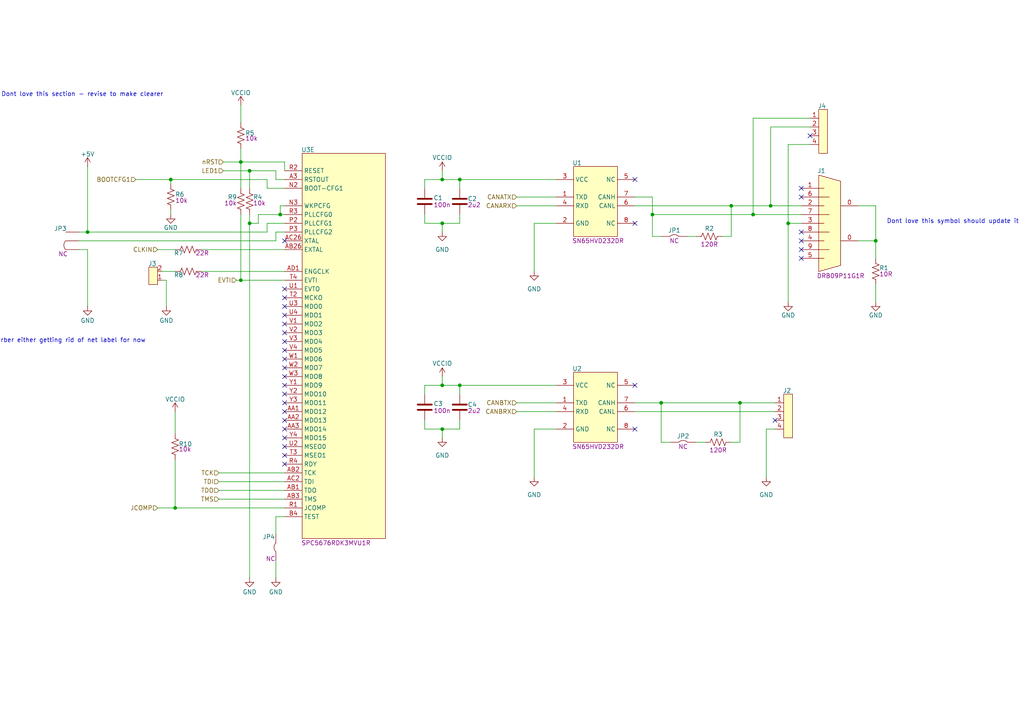
<source format=kicad_sch>
(kicad_sch (version 20231120) (generator "eeschema") (generator_version "8.0")
  (paper "A4")
  (junction (at 133.35 111.76))
  (junction (at 81.28 62.23))
  (junction (at 254 69.85))
  (junction (at 69.85 46.99))
  (junction (at 212.09 59.69))
  (junction (at 72.39 64.77))
  (junction (at 49.53 52.07))
  (junction (at 128.27 111.76))
  (junction (at 228.6 64.77))
  (junction (at 72.39 49.53))
  (junction (at 25.4 67.31))
  (junction (at 218.44 62.23))
  (junction (at 214.63 116.84))
  (junction (at 189.23 62.23))
  (junction (at 133.35 52.07))
  (junction (at 128.27 124.46))
  (junction (at 128.27 64.77))
  (junction (at 223.52 59.69))
  (junction (at 69.85 81.28))
  (junction (at 191.77 116.84))
  (junction (at 50.8 147.32))
  (junction (at 128.27 52.07))
  (no_connect (at 82.55 106.68))
  (no_connect (at 82.55 69.85))
  (no_connect (at 82.55 104.14))
  (no_connect (at 82.55 86.36))
  (no_connect (at 184.15 52.07))
  (no_connect (at 82.55 88.9))
  (no_connect (at 82.55 93.98))
  (no_connect (at 82.55 111.76))
  (no_connect (at 232.41 67.31))
  (no_connect (at 184.15 111.76))
  (no_connect (at 82.55 129.54))
  (no_connect (at 82.55 109.22))
  (no_connect (at 82.55 114.3))
  (no_connect (at 82.55 127))
  (no_connect (at 82.55 121.92))
  (no_connect (at 82.55 83.82))
  (no_connect (at 82.55 134.62))
  (no_connect (at 82.55 91.44))
  (no_connect (at 232.41 54.61))
  (no_connect (at 184.15 124.46))
  (no_connect (at 232.41 57.15))
  (no_connect (at 232.41 72.39))
  (no_connect (at 232.41 69.85))
  (no_connect (at 232.41 74.93))
  (no_connect (at 82.55 124.46))
  (no_connect (at 82.55 132.08))
  (no_connect (at 82.55 119.38))
  (no_connect (at 82.55 99.06))
  (no_connect (at 82.55 101.6))
  (no_connect (at 184.15 64.77))
  (no_connect (at 224.79 121.92))
  (no_connect (at 82.55 116.84))
  (no_connect (at 234.95 39.37))
  (no_connect (at 82.55 96.52))
  (wire (pts (xy 234.95 41.91) (xy 228.6 41.91)))
  (wire (pts (xy 133.35 52.07) (xy 133.35 54.61)))
  (wire (pts (xy 133.35 64.77) (xy 133.35 62.23)))
  (wire (pts (xy 248.92 59.69) (xy 254 59.69)))
  (wire (pts (xy 133.35 111.76) (xy 161.29 111.76)))
  (wire (pts (xy 128.27 111.76) (xy 133.35 111.76)))
  (wire (pts (xy 189.23 68.58) (xy 191.77 68.58)))
  (wire (pts (xy 80.01 149.86) (xy 80.01 154.94)))
  (wire (pts (xy 45.72 72.39) (xy 50.8 72.39)))
  (wire (pts (xy 80.01 52.07) (xy 80.01 49.53)))
  (wire (pts (xy 77.47 52.07) (xy 49.53 52.07)))
  (wire (pts (xy 191.77 116.84) (xy 214.63 116.84)))
  (wire (pts (xy 214.63 116.84) (xy 224.79 116.84)))
  (wire (pts (xy 228.6 41.91) (xy 228.6 64.77)))
  (wire (pts (xy 22.86 67.31) (xy 25.4 67.31)))
  (wire (pts (xy 223.52 36.83) (xy 223.52 59.69)))
  (wire (pts (xy 212.09 68.58) (xy 212.09 59.69)))
  (wire (pts (xy 74.93 62.23) (xy 74.93 64.77)))
  (wire (pts (xy 123.19 62.23) (xy 123.19 64.77)))
  (wire (pts (xy 123.19 124.46) (xy 128.27 124.46)))
  (wire (pts (xy 154.94 124.46) (xy 154.94 138.43)))
  (wire (pts (xy 50.8 119.38) (xy 50.8 125.73)))
  (wire (pts (xy 123.19 52.07) (xy 123.19 54.61)))
  (wire (pts (xy 149.86 57.15) (xy 161.29 57.15)))
  (wire (pts (xy 72.39 49.53) (xy 72.39 54.61)))
  (wire (pts (xy 49.53 52.07) (xy 49.53 53.34)))
  (wire (pts (xy 128.27 52.07) (xy 133.35 52.07)))
  (wire (pts (xy 123.19 111.76) (xy 123.19 114.3)))
  (wire (pts (xy 46.99 81.28) (xy 48.26 81.28)))
  (wire (pts (xy 25.4 72.39) (xy 25.4 88.9)))
  (wire (pts (xy 128.27 124.46) (xy 133.35 124.46)))
  (wire (pts (xy 81.28 59.69) (xy 81.28 62.23)))
  (wire (pts (xy 191.77 128.27) (xy 191.77 116.84)))
  (wire (pts (xy 46.99 78.74) (xy 50.8 78.74)))
  (wire (pts (xy 22.86 72.39) (xy 25.4 72.39)))
  (wire (pts (xy 149.86 59.69) (xy 161.29 59.69)))
  (wire (pts (xy 69.85 43.18) (xy 69.85 46.99)))
  (wire (pts (xy 254 82.55) (xy 254 87.63)))
  (wire (pts (xy 63.5 142.24) (xy 82.55 142.24)))
  (wire (pts (xy 63.5 137.16) (xy 82.55 137.16)))
  (wire (pts (xy 68.58 81.28) (xy 69.85 81.28)))
  (wire (pts (xy 72.39 64.77) (xy 74.93 64.77)))
  (wire (pts (xy 72.39 49.53) (xy 80.01 49.53)))
  (wire (pts (xy 25.4 48.26) (xy 25.4 67.31)))
  (wire (pts (xy 128.27 49.53) (xy 128.27 52.07)))
  (wire (pts (xy 201.93 128.27) (xy 204.47 128.27)))
  (wire (pts (xy 64.77 49.53) (xy 72.39 49.53)))
  (wire (pts (xy 82.55 149.86) (xy 80.01 149.86)))
  (wire (pts (xy 133.35 124.46) (xy 133.35 121.92)))
  (wire (pts (xy 69.85 46.99) (xy 69.85 54.61)))
  (wire (pts (xy 80.01 52.07) (xy 82.55 52.07)))
  (wire (pts (xy 223.52 59.69) (xy 232.41 59.69)))
  (wire (pts (xy 232.41 64.77) (xy 228.6 64.77)))
  (wire (pts (xy 133.35 52.07) (xy 161.29 52.07)))
  (wire (pts (xy 189.23 57.15) (xy 189.23 62.23)))
  (wire (pts (xy 218.44 34.29) (xy 218.44 62.23)))
  (wire (pts (xy 128.27 64.77) (xy 128.27 67.31)))
  (wire (pts (xy 81.28 62.23) (xy 74.93 62.23)))
  (wire (pts (xy 77.47 64.77) (xy 77.47 67.31)))
  (wire (pts (xy 189.23 62.23) (xy 218.44 62.23)))
  (wire (pts (xy 49.53 62.23) (xy 49.53 60.96)))
  (wire (pts (xy 82.55 81.28) (xy 69.85 81.28)))
  (wire (pts (xy 50.8 147.32) (xy 50.8 133.35)))
  (wire (pts (xy 194.31 128.27) (xy 191.77 128.27)))
  (wire (pts (xy 189.23 62.23) (xy 189.23 68.58)))
  (wire (pts (xy 184.15 116.84) (xy 191.77 116.84)))
  (wire (pts (xy 234.95 34.29) (xy 218.44 34.29)))
  (wire (pts (xy 218.44 62.23) (xy 232.41 62.23)))
  (wire (pts (xy 184.15 59.69) (xy 212.09 59.69)))
  (wire (pts (xy 222.25 124.46) (xy 222.25 138.43)))
  (wire (pts (xy 82.55 64.77) (xy 77.47 64.77)))
  (wire (pts (xy 77.47 54.61) (xy 82.55 54.61)))
  (wire (pts (xy 58.42 78.74) (xy 82.55 78.74)))
  (wire (pts (xy 154.94 64.77) (xy 161.29 64.77)))
  (wire (pts (xy 123.19 121.92) (xy 123.19 124.46)))
  (wire (pts (xy 133.35 111.76) (xy 133.35 114.3)))
  (wire (pts (xy 154.94 64.77) (xy 154.94 78.74)))
  (wire (pts (xy 69.85 30.48) (xy 69.85 35.56)))
  (wire (pts (xy 45.72 147.32) (xy 50.8 147.32)))
  (wire (pts (xy 212.09 128.27) (xy 214.63 128.27)))
  (wire (pts (xy 72.39 62.23) (xy 72.39 64.77)))
  (wire (pts (xy 254 69.85) (xy 248.92 69.85)))
  (wire (pts (xy 184.15 119.38) (xy 224.79 119.38)))
  (wire (pts (xy 69.85 46.99) (xy 82.55 46.99)))
  (wire (pts (xy 25.4 67.31) (xy 77.47 67.31)))
  (wire (pts (xy 80.01 162.56) (xy 80.01 167.64)))
  (wire (pts (xy 154.94 124.46) (xy 161.29 124.46)))
  (wire (pts (xy 254 59.69) (xy 254 69.85)))
  (wire (pts (xy 81.28 62.23) (xy 82.55 62.23)))
  (wire (pts (xy 80.01 69.85) (xy 80.01 67.31)))
  (wire (pts (xy 39.37 52.07) (xy 49.53 52.07)))
  (wire (pts (xy 81.28 59.69) (xy 82.55 59.69)))
  (wire (pts (xy 212.09 59.69) (xy 223.52 59.69)))
  (wire (pts (xy 199.39 68.58) (xy 201.93 68.58)))
  (wire (pts (xy 48.26 81.28) (xy 48.26 88.9)))
  (wire (pts (xy 128.27 64.77) (xy 133.35 64.77)))
  (wire (pts (xy 82.55 46.99) (xy 82.55 49.53)))
  (wire (pts (xy 77.47 54.61) (xy 77.47 52.07)))
  (wire (pts (xy 72.39 64.77) (xy 72.39 167.64)))
  (wire (pts (xy 58.42 72.39) (xy 82.55 72.39)))
  (wire (pts (xy 63.5 139.7) (xy 82.55 139.7)))
  (wire (pts (xy 228.6 64.77) (xy 228.6 87.63)))
  (wire (pts (xy 63.5 144.78) (xy 82.55 144.78)))
  (wire (pts (xy 64.77 46.99) (xy 69.85 46.99)))
  (wire (pts (xy 69.85 81.28) (xy 69.85 62.23)))
  (wire (pts (xy 214.63 128.27) (xy 214.63 116.84)))
  (wire (pts (xy 149.86 116.84) (xy 161.29 116.84)))
  (wire (pts (xy 149.86 119.38) (xy 161.29 119.38)))
  (wire (pts (xy 123.19 111.76) (xy 128.27 111.76)))
  (wire (pts (xy 22.86 69.85) (xy 80.01 69.85)))
  (wire (pts (xy 50.8 147.32) (xy 82.55 147.32)))
  (wire (pts (xy 222.25 124.46) (xy 224.79 124.46)))
  (wire (pts (xy 254 69.85) (xy 254 74.93)))
  (wire (pts (xy 123.19 64.77) (xy 128.27 64.77)))
  (wire (pts (xy 234.95 36.83) (xy 223.52 36.83)))
  (wire (pts (xy 128.27 124.46) (xy 128.27 127)))
  (wire (pts (xy 209.55 68.58) (xy 212.09 68.58)))
  (wire (pts (xy 80.01 67.31) (xy 82.55 67.31)))
  (wire (pts (xy 123.19 52.07) (xy 128.27 52.07)))
  (wire (pts (xy 184.15 57.15) (xy 189.23 57.15)))
  (wire (pts (xy 128.27 109.22) (xy 128.27 111.76)))
  (text "Dont love this symbol should update it" (at 276.352 64.262 0) (effects (font (size 1.27 1.27))))
  (text "No other connection to clkout on original schematic - no connections in gerber either getting rid of net label for now\n" (at -16.51 98.806 0) (effects (font (size 1.27 1.27))))
  (text "Dont love this section - revise to make clearer\n" (at 23.876 27.432 0) (effects (font (size 1.27 1.27))))
  (hierarchical_label "CANBTX" (shape input) (at 149.86 116.84 180))
  (hierarchical_label "BOOTCFG1" (shape input) (at 39.37 52.07 180))
  (hierarchical_label "TCK" (shape input) (at 63.5 137.16 180))
  (hierarchical_label "CANBRX" (shape input) (at 149.86 119.38 180))
  (hierarchical_label "EVTI" (shape input) (at 68.58 81.28 180))
  (hierarchical_label "TMS" (shape input) (at 63.5 144.78 180))
  (hierarchical_label "CANARX" (shape input) (at 149.86 59.69 180))
  (hierarchical_label "nRST" (shape input) (at 64.77 46.99 180))
  (hierarchical_label "CANATX" (shape input) (at 149.86 57.15 180))
  (hierarchical_label "TDI" (shape input) (at 63.5 139.7 180))
  (hierarchical_label "CLKIN" (shape input) (at 45.72 72.39 180))
  (hierarchical_label "JCOMP" (shape input) (at 45.72 147.32 180))
  (hierarchical_label "TDO" (shape input) (at 63.5 142.24 180))
  (hierarchical_label "LED1" (shape input) (at 64.77 49.53 180))
  (symbol (lib_id "NAE_Connectors:VERT_HDR_4_2.54mm") (at 228.6 116.84 0) (unit 1)
    (property "Reference" "J2" (at 227.076 113.284 0) (effects (justify left)))
    (property "Value" "HDR_4_2.54" (effects (hide yes)))
    (property "Footprint" "Connector_PinHeader_2.54mm:PinHeader_1x04_P2.54mm_Vertical" (effects (hide yes)))
    (property "Datasheet" "https://suddendocs.samtec.com/catalog_english/mtsw.pdf" (effects (hide yes)))
    (property "Description" "CONN HEADER VERT 4POS 2.54MM" (effects (hide yes)))
    (property "Display Value" "HDR" (effects (hide yes)))
    (property "Manufacturer" "Samtec Inc." (effects (hide yes)))
    (property "Manufacturer Part Number" "HMTSW-104-23-L-S-237" (effects (hide yes)))
    (property "Supplier 1" "DigiKey" (effects (hide yes)))
    (property "Supplier 1 Part Number" "612-HMTSW-104-23-L-S-237-ND" (effects (hide yes)))
  )
  (symbol (lib_id "0603_Yageo_Res:RES_22R_0603") (at 54.61 78.74 0) (unit 1)
    (property "Reference" "R8" (at 51.816 79.756 0))
    (property "Value" "RES_22R_0603" (effects (hide yes)))
    (property "Footprint" "Resistor_SMD:R_0603_1608Metric" (effects (hide yes)))
    (property "Datasheet" "https://www.yageo.com/upload/media/product/products/datasheet/rchip/PYu-RC_Group_51_RoHS_L_12.pdf" (effects (hide yes)))
    (property "Description" "RES 22 OHM 1% 1/10W 0603" (effects (hide yes)))
    (property "Display Value" "22R" (at 58.674 79.756 0))
    (property "Manufacturer" "YAGEO" (effects (hide yes)))
    (property "Manufacturer Part Number" "RC0603FR-0722RL" (effects (hide yes)))
    (property "Supplier 1" "DigiKey" (effects (hide yes)))
    (property "Supplier 1 Part Number" "311-22.0HRCT-ND" (effects (hide yes)))
    (property "Supplier 2" "no_data" (effects (hide yes)))
    (property "Supplier 2 Part Number" "no_data" (effects (hide yes)))
  )
  (symbol (lib_id "NAE_Connectors:Solder_Jumper_2_NC") (at 195.58 68.58 270) (unit 1)
    (property "Reference" "JP1" (at 195.58 66.802 90))
    (property "Footprint" "Jumper:SolderJumper-2_P1.3mm_Bridged2Bar_Pad1.0x1.5mm" (effects (hide yes)))
    (property "Display Value" "NC" (at 195.58 69.85 90))
  )
  (symbol (lib_id "power:GND") (at 48.26 88.9 0) (unit 1)
    (property "Reference" "#PWR028" (effects (hide yes)))
    (property "Value" "GND" (at 48.26 92.964 0))
    (property "Description" "Power symbol creates a global label with name \"GND\" , ground" (effects (hide yes)))
  )
  (symbol (lib_id "nae_caps:CAP_100n_16V_0402") (at 123.19 58.42 90) (unit 1)
    (property "Reference" "C1" (at 125.73 57.404 90) (effects (justify right)))
    (property "Value" "CAP_100n_16V_0402" (effects (hide yes)))
    (property "Footprint" "Capacitor_SMD:C_0402_1005Metric" (effects (hide yes)))
    (property "Datasheet" "https://www.yageo.com/upload/media/product/productsearch/datasheet/mlcc/UPY-GPHC_X7R_6.3V-to-250V_24.pdf" (effects (hide yes)))
    (property "Description" "CAP CER 0.1UF 16V X7R 0402" (effects (hide yes)))
    (property "Display Value" "100n" (at 125.73 59.436 90) (effects (justify right)))
    (property "Manufacturer" "YAGEO" (effects (hide yes)))
    (property "Manufacturer Part Number" "CC0402KRX7R7BB104" (effects (hide yes)))
    (property "Supplier 1" "DigiKey" (effects (hide yes)))
    (property "Supplier 1 Part Number" "311-1338-1-ND" (effects (hide yes)))
  )
  (symbol (lib_id "NAE_Connectors:Solder_Jumper_3_NC_1") (at 19.05 69.85 180) (unit 1) (in_bom no)
    (property "Reference" "JP3" (at 17.526 66.294 0))
    (property "Footprint" "Jumper:SolderJumper-3_P1.3mm_Bridged2Bar12_Pad1.0x1.5mm" (effects (hide yes)))
    (property "Display Value" "NC" (at 18.288 73.66 0))
  )
  (symbol (lib_id "0603_Yageo_Res:RES_10R_0603") (at 254 78.74 90) (unit 1)
    (property "Reference" "R1" (at 255.016 77.7241 90) (effects (justify right)))
    (property "Value" "RES_10R_0603" (effects (hide yes)))
    (property "Footprint" "Resistor_SMD:R_0603_1608Metric" (effects (hide yes)))
    (property "Datasheet" "https://www.yageo.com/upload/media/product/products/datasheet/rchip/PYu-RC_Group_51_RoHS_L_12.pdf" (effects (hide yes)))
    (property "Description" "RES 10 OHM 1% 1/10W 0603" (effects (hide yes)))
    (property "Display Value" "10R" (at 255.016 79.502 90) (effects (justify right)))
    (property "Manufacturer" "YAGEO" (effects (hide yes)))
    (property "Manufacturer Part Number" "RC0603FR-0710RL" (effects (hide yes)))
    (property "Supplier 1" "DigiKey" (effects (hide yes)))
    (property "Supplier 1 Part Number" "311-10.0HRCT-ND" (effects (hide yes)))
    (property "Supplier 2" "no_data" (effects (hide yes)))
    (property "Supplier 2 Part Number" "no_data" (effects (hide yes)))
  )
  (symbol (lib_id "power:GND") (at 154.94 78.74 0) (unit 1)
    (property "Reference" "#PWR056" (effects (hide yes)))
    (property "Value" "GND" (at 154.94 83.82 0))
    (property "Description" "Power symbol creates a global label with name \"GND\" , ground" (effects (hide yes)))
  )
  (symbol (lib_id "0603_Yageo_Res:RES_10k_0603") (at 69.85 39.37 90) (unit 1)
    (property "Reference" "R5" (at 71.12 38.608 90) (effects (justify right)))
    (property "Value" "RES_10k_0603" (effects (hide yes)))
    (property "Footprint" "Resistor_SMD:R_0603_1608Metric" (effects (hide yes)))
    (property "Datasheet" "https://www.yageo.com/upload/media/product/products/datasheet/rchip/PYu-RC_Group_51_RoHS_L_12.pdf" (effects (hide yes)))
    (property "Description" "RES 10K OHM 1% 1/10W 0603" (effects (hide yes)))
    (property "Display Value" "10k" (at 71.12 40.1319 90) (effects (justify right)))
    (property "Manufacturer" "YAGEO" (effects (hide yes)))
    (property "Manufacturer Part Number" "RC0603FR-0710KL" (effects (hide yes)))
    (property "Supplier 1" "DigiKey" (effects (hide yes)))
    (property "Supplier 1 Part Number" "311-10.0KHRCT-ND" (effects (hide yes)))
    (property "Supplier 2" "no_data" (effects (hide yes)))
    (property "Supplier 2 Part Number" "no_data" (effects (hide yes)))
  )
  (symbol (lib_id "power:GND") (at 128.27 67.31 0) (unit 1)
    (property "Reference" "#PWR053" (effects (hide yes)))
    (property "Value" "GND" (at 128.27 72.39 0))
    (property "Description" "Power symbol creates a global label with name \"GND\" , ground" (effects (hide yes)))
  )
  (symbol (lib_id "NAE_Connectors:Solder_Jumper_2_NC") (at 198.12 128.27 270) (unit 1)
    (property "Reference" "JP2" (at 198.12 126.492 90))
    (property "Footprint" "Jumper:SolderJumper-2_P1.3mm_Bridged2Bar_Pad1.0x1.5mm" (effects (hide yes)))
    (property "Display Value" "NC" (at 198.12 129.54 90))
  )
  (symbol (lib_id "0603_Yageo_Res:RES_10k_0603") (at 49.53 57.15 90) (unit 1)
    (property "Reference" "R6" (at 50.8 56.388 90) (effects (justify right)))
    (property "Value" "RES_10k_0603" (effects (hide yes)))
    (property "Footprint" "Resistor_SMD:R_0603_1608Metric" (effects (hide yes)))
    (property "Datasheet" "https://www.yageo.com/upload/media/product/products/datasheet/rchip/PYu-RC_Group_51_RoHS_L_12.pdf" (effects (hide yes)))
    (property "Description" "RES 10K OHM 1% 1/10W 0603" (effects (hide yes)))
    (property "Display Value" "10k" (at 50.8 58.1659 90) (effects (justify right)))
    (property "Manufacturer" "YAGEO" (effects (hide yes)))
    (property "Manufacturer Part Number" "RC0603FR-0710KL" (effects (hide yes)))
    (property "Supplier 1" "DigiKey" (effects (hide yes)))
    (property "Supplier 1 Part Number" "311-10.0KHRCT-ND" (effects (hide yes)))
    (property "Supplier 2" "no_data" (effects (hide yes)))
    (property "Supplier 2 Part Number" "no_data" (effects (hide yes)))
  )
  (symbol (lib_id "power:GND") (at 49.53 62.23 0) (unit 1)
    (property "Reference" "#PWR017" (effects (hide yes)))
    (property "Value" "GND" (at 49.53 66.04 0))
    (property "Description" "Power symbol creates a global label with name \"GND\" , ground" (effects (hide yes)))
  )
  (symbol (lib_id "nae_caps:CAP_100n_16V_0402") (at 123.19 118.11 90) (unit 1)
    (property "Reference" "C3" (at 125.73 117.094 90) (effects (justify right)))
    (property "Value" "CAP_100n_16V_0402" (effects (hide yes)))
    (property "Footprint" "Capacitor_SMD:C_0402_1005Metric" (effects (hide yes)))
    (property "Datasheet" "https://www.yageo.com/upload/media/product/productsearch/datasheet/mlcc/UPY-GPHC_X7R_6.3V-to-250V_24.pdf" (effects (hide yes)))
    (property "Description" "CAP CER 0.1UF 16V X7R 0402" (effects (hide yes)))
    (property "Display Value" "100n" (at 125.73 119.126 90) (effects (justify right)))
    (property "Manufacturer" "YAGEO" (effects (hide yes)))
    (property "Manufacturer Part Number" "CC0402KRX7R7BB104" (effects (hide yes)))
    (property "Supplier 1" "DigiKey" (effects (hide yes)))
    (property "Supplier 1 Part Number" "311-1338-1-ND" (effects (hide yes)))
  )
  (symbol (lib_id "power:GND") (at 154.94 138.43 0) (unit 1)
    (property "Reference" "#PWR057" (effects (hide yes)))
    (property "Value" "GND" (at 154.94 143.51 0))
    (property "Description" "Power symbol creates a global label with name \"GND\" , ground" (effects (hide yes)))
  )
  (symbol (lib_id "0603_Yageo_Res:RES_120R_0603") (at 208.28 128.27 0) (unit 1)
    (property "Reference" "R3" (at 208.28 125.984 0))
    (property "Value" "RES_120R_0603" (effects (hide yes)))
    (property "Footprint" "Resistor_SMD:R_0603_1608Metric" (effects (hide yes)))
    (property "Datasheet" "https://www.yageo.com/upload/media/product/products/datasheet/rchip/PYu-RC_Group_51_RoHS_L_12.pdf" (effects (hide yes)))
    (property "Description" "RES 120 OHM 1% 1/10W 0603" (effects (hide yes)))
    (property "Display Value" "120R" (at 208.28 130.556 0))
    (property "Manufacturer" "YAGEO" (effects (hide yes)))
    (property "Manufacturer Part Number" "RC0603FR-07120RL" (effects (hide yes)))
    (property "Supplier 1" "DigiKey" (effects (hide yes)))
    (property "Supplier 1 Part Number" "311-120HRCT-ND" (effects (hide yes)))
    (property "Supplier 2" "no_data" (effects (hide yes)))
    (property "Supplier 2 Part Number" "no_data" (effects (hide yes)))
  )
  (symbol (lib_id "nae_caps:CAP_2u2_10V_0603") (at 133.35 58.42 90) (unit 1)
    (property "Reference" "C2" (at 135.636 57.658 90) (effects (justify right)))
    (property "Value" "CAP_2u2_10V_0603" (effects (hide yes)))
    (property "Footprint" "Capacitor_SMD:C_0603_1608Metric" (effects (hide yes)))
    (property "Datasheet" "https://www.yageo.com/upload/media/product/productsearch/datasheet/mlcc/UPY-GPHC_X7R_6.3V-to-250V_24.pdf" (effects (hide yes)))
    (property "Description" "CAP CER 2.2UF 10V X7R 0603" (effects (hide yes)))
    (property "Display Value" "2u2" (at 135.636 59.436 90) (effects (justify right)))
    (property "Manufacturer" "YAGEO" (effects (hide yes)))
    (property "Manufacturer Part Number" "CC0603KPX7R6BB225" (effects (hide yes)))
    (property "Supplier 1" "DigiKey" (effects (hide yes)))
    (property "Supplier 1 Part Number" "13-CC0603KPX7R6BB225CT-ND" (effects (hide yes)))
    (property "Supplier 2" "no_data" (effects (hide yes)))
    (property "Supplier 2 Part Number" "no_data" (effects (hide yes)))
  )
  (symbol (lib_id "power:VCC") (at 25.4 48.26 0) (unit 1)
    (property "Reference" "#PWR019" (effects (hide yes)))
    (property "Value" "+5V" (at 25.4 44.704 0))
    (property "Description" "Power symbol creates a global label with name \"VCC\"" (effects (hide yes)))
  )
  (symbol (lib_id "power:GND") (at 128.27 127 0) (unit 1)
    (property "Reference" "#PWR055" (effects (hide yes)))
    (property "Value" "GND" (at 128.27 132.08 0))
    (property "Description" "Power symbol creates a global label with name \"GND\" , ground" (effects (hide yes)))
  )
  (symbol (lib_id "NAE_Connectors:VERT_HDR_2_2.54mm") (at 44.45 80.01 180) (unit 1)
    (property "Reference" "J3" (at 44.196 76.454 0))
    (property "Value" "2Pin_Header_2.54" (effects (hide yes)))
    (property "Footprint" "Connector_PinHeader_2.54mm:PinHeader_2x01_P2.54mm_Vertical" (effects (hide yes)))
    (property "Datasheet" "https://cdn.harwin.com/pdfs/M20-999.pdf" (effects (hide yes)))
    (property "Description" "CONN HEADER VERT 2POS 2.54MM" (effects (hide yes)))
    (property "Display Value" "Jack" (effects (hide yes)))
    (property "Manufacturer" "Harwin Inc." (effects (hide yes)))
    (property "Manufacturer Part Number" "M20-9990246" (effects (hide yes)))
    (property "Supplier 1" "DigiKey" (effects (hide yes)))
    (property "Supplier 1 Part Number" "952-2262-ND" (effects (hide yes)))
    (property "Supplier 2 Part Number" "Connector Header Through Hole 2 position 0.100\" (2.54mm)" (effects (hide yes)))
  )
  (symbol (lib_id "0603_Yageo_Res:RES_10k_0603") (at 50.8 129.54 90) (unit 1)
    (property "Reference" "R10" (at 51.816 128.7781 90) (effects (justify right)))
    (property "Value" "RES_10k_0603" (effects (hide yes)))
    (property "Footprint" "Resistor_SMD:R_0603_1608Metric" (effects (hide yes)))
    (property "Datasheet" "https://www.yageo.com/upload/media/product/products/datasheet/rchip/PYu-RC_Group_51_RoHS_L_12.pdf" (effects (hide yes)))
    (property "Description" "RES 10K OHM 1% 1/10W 0603" (effects (hide yes)))
    (property "Display Value" "10k" (at 51.816 130.302 90) (effects (justify right)))
    (property "Manufacturer" "YAGEO" (effects (hide yes)))
    (property "Manufacturer Part Number" "RC0603FR-0710KL" (effects (hide yes)))
    (property "Supplier 1" "DigiKey" (effects (hide yes)))
    (property "Supplier 1 Part Number" "311-10.0KHRCT-ND" (effects (hide yes)))
    (property "Supplier 2" "no_data" (effects (hide yes)))
    (property "Supplier 2 Part Number" "no_data" (effects (hide yes)))
  )
  (symbol (lib_id "NAE_Connectors:VERT_HDR_4_2.54mm") (at 238.76 34.29 0) (unit 1)
    (property "Reference" "J4" (at 237.236 30.734 0) (effects (justify left)))
    (property "Value" "HDR_4_2.54" (effects (hide yes)))
    (property "Footprint" "Connector_PinHeader_2.54mm:PinHeader_1x04_P2.54mm_Vertical" (effects (hide yes)))
    (property "Datasheet" "https://suddendocs.samtec.com/catalog_english/mtsw.pdf" (effects (hide yes)))
    (property "Description" "CONN HEADER VERT 4POS 2.54MM" (effects (hide yes)))
    (property "Display Value" "HDR" (effects (hide yes)))
    (property "Manufacturer" "Samtec Inc." (effects (hide yes)))
    (property "Manufacturer Part Number" "HMTSW-104-23-L-S-237" (effects (hide yes)))
    (property "Supplier 1" "DigiKey" (effects (hide yes)))
    (property "Supplier 1 Part Number" "612-HMTSW-104-23-L-S-237-ND" (effects (hide yes)))
  )
  (symbol (lib_id "NAE_Integrated_Circuits:SN65HVD232DR") (at 172.72 52.07 0) (unit 1)
    (property "Reference" "U1" (at 167.386 47.244 0))
    (property "Value" "SN65HVD232DR" (effects (hide yes)))
    (property "Footprint" "Package_SO:SOIC-8_3.9x4.9mm_P1.27mm" (effects (hide yes)))
    (property "Datasheet" "https://www.ti.com/general/docs/suppproductinfo.tsp?distId=10&gotoUrl=https%3A%2F%2Fwww.ti.com%2Flit%2Fgpn%2Fsn65hvd230" (effects (hide yes)))
    (property "Description" "IC TRANSCEIVER HALF 1/1 8SOIC" (effects (hide yes)))
    (property "Display Value" "SN65HVD232DR" (at 173.482 69.85 0))
    (property "Manufacturer" "Texas Instruments" (effects (hide yes)))
    (property "Manufacturer Part Number" "SN65HVD232DR" (effects (hide yes)))
    (property "Supplier 1" "DigiKey" (effects (hide yes)))
    (property "Supplier 1 Part Number" "296-26344-1-ND" (effects (hide yes)))
  )
  (symbol (lib_id "power:VCC") (at 50.8 119.38 0) (unit 1)
    (property "Reference" "#PWR029" (effects (hide yes)))
    (property "Value" "VCCIO" (at 50.8 115.824 0))
    (property "Description" "Power symbol creates a global label with name \"VCC\"" (effects (hide yes)))
  )
  (symbol (lib_id "power:VCC") (at 69.85 30.48 0) (unit 1)
    (property "Reference" "#PWR027" (effects (hide yes)))
    (property "Value" "VCCIO" (at 69.85 26.924 0))
    (property "Description" "Power symbol creates a global label with name \"VCC\"" (effects (hide yes)))
  )
  (symbol (lib_id "NAE_Integrated_Circuits:SPC5676RDK3MVU1R") (at 87.63 49.53 0) (unit 5)
    (property "Reference" "U3" (at 87.376 43.434 0) (effects (justify left)))
    (property "Value" "SPC5676RDK3MVU1R" (effects (hide yes)))
    (property "Footprint" "tutorial_2_library:BGA416C100P26X26_2700X2700X255N" (effects (hide yes)))
    (property "Datasheet" "https://www.nxp.com/docs/en/data-sheet/MPC5676R.pdf" (effects (hide yes)))
    (property "Description" "IC MCU 32BIT 6MB FLASH 416PBGA" (effects (hide yes)))
    (property "Display Value" "SPC5676RDK3MVU1R" (at 87.376 157.48 0) (effects (justify left)))
    (property "Manufacturer" "NXP USA Inc." (effects (hide yes)))
    (property "Manufacturer Part Number" "SPC5676RDK3MVU1R" (effects (hide yes)))
    (property "Supplier 1" "DigiKey" (effects (hide yes)))
    (property "Supplier 1 Part Number" "SPC5676RDK3MVU1R-ND" (effects (hide yes)))
  )
  (symbol (lib_id "NAE_Integrated_Circuits:SN65HVD232DR") (at 172.72 111.76 0) (unit 1)
    (property "Reference" "U2" (at 167.386 106.934 0))
    (property "Value" "SN65HVD232DR" (effects (hide yes)))
    (property "Footprint" "Package_SO:SOIC-8_3.9x4.9mm_P1.27mm" (effects (hide yes)))
    (property "Datasheet" "https://www.ti.com/general/docs/suppproductinfo.tsp?distId=10&gotoUrl=https%3A%2F%2Fwww.ti.com%2Flit%2Fgpn%2Fsn65hvd230" (effects (hide yes)))
    (property "Description" "IC TRANSCEIVER HALF 1/1 8SOIC" (effects (hide yes)))
    (property "Display Value" "SN65HVD232DR" (at 173.482 129.54 0))
    (property "Manufacturer" "Texas Instruments" (effects (hide yes)))
    (property "Manufacturer Part Number" "SN65HVD232DR" (effects (hide yes)))
    (property "Supplier 1" "DigiKey" (effects (hide yes)))
    (property "Supplier 1 Part Number" "296-26344-1-ND" (effects (hide yes)))
  )
  (symbol (lib_id "NAE_Connectors:Solder_Jumper_2_NC") (at 80.01 158.75 0) (unit 1)
    (property "Reference" "JP4" (at 77.978 155.702 0))
    (property "Footprint" "Jumper:SolderJumper-2_P1.3mm_Bridged2Bar_Pad1.0x1.5mm" (effects (hide yes)))
    (property "Display Value" "NC" (at 78.486 162.052 0))
  )
  (symbol (lib_id "0603_Yageo_Res:RES_10k_0603") (at 72.39 58.42 90) (unit 1)
    (property "Reference" "R4" (at 73.406 57.15 90) (effects (justify right)))
    (property "Value" "RES_10k_0603" (effects (hide yes)))
    (property "Footprint" "Resistor_SMD:R_0603_1608Metric" (effects (hide yes)))
    (property "Datasheet" "https://www.yageo.com/upload/media/product/products/datasheet/rchip/PYu-RC_Group_51_RoHS_L_12.pdf" (effects (hide yes)))
    (property "Description" "RES 10K OHM 1% 1/10W 0603" (effects (hide yes)))
    (property "Display Value" "10k" (at 73.406 58.928 90) (effects (justify right)))
    (property "Manufacturer" "YAGEO" (effects (hide yes)))
    (property "Manufacturer Part Number" "RC0603FR-0710KL" (effects (hide yes)))
    (property "Supplier 1" "DigiKey" (effects (hide yes)))
    (property "Supplier 1 Part Number" "311-10.0KHRCT-ND" (effects (hide yes)))
    (property "Supplier 2" "no_data" (effects (hide yes)))
    (property "Supplier 2 Part Number" "no_data" (effects (hide yes)))
  )
  (symbol (lib_id "0603_Yageo_Res:RES_10k_0603") (at 69.85 58.42 90) (unit 1)
    (property "Reference" "R9" (at 66.04 57.15 90) (effects (justify right)))
    (property "Value" "RES_10k_0603" (effects (hide yes)))
    (property "Footprint" "Resistor_SMD:R_0603_1608Metric" (effects (hide yes)))
    (property "Datasheet" "https://www.yageo.com/upload/media/product/products/datasheet/rchip/PYu-RC_Group_51_RoHS_L_12.pdf" (effects (hide yes)))
    (property "Description" "RES 10K OHM 1% 1/10W 0603" (effects (hide yes)))
    (property "Display Value" "10k" (at 65.024 58.928 90) (effects (justify right)))
    (property "Manufacturer" "YAGEO" (effects (hide yes)))
    (property "Manufacturer Part Number" "RC0603FR-0710KL" (effects (hide yes)))
    (property "Supplier 1" "DigiKey" (effects (hide yes)))
    (property "Supplier 1 Part Number" "311-10.0KHRCT-ND" (effects (hide yes)))
    (property "Supplier 2" "no_data" (effects (hide yes)))
    (property "Supplier 2 Part Number" "no_data" (effects (hide yes)))
  )
  (symbol (lib_id "power:GND") (at 25.4 88.9 0) (unit 1)
    (property "Reference" "#PWR018" (effects (hide yes)))
    (property "Value" "GND" (at 25.4 92.964 0))
    (property "Description" "Power symbol creates a global label with name \"GND\" , ground" (effects (hide yes)))
  )
  (symbol (lib_id "NAE_Connectors:DB9_Connector_male") (at 237.49 54.61 0) (unit 1)
    (property "Reference" "J1" (at 238.252 49.53 0))
    (property "Value" "DRB09P11G1R" (effects (hide yes)))
    (property "Footprint" "Connector_Dsub:DSUB-9_Male_Horizontal_P2.77x2.84mm_EdgePinOffset9.90mm_Housed_MountingHolesOffset11.32mm" (effects (hide yes)))
    (property "Datasheet" "https://www.we-online.com/components/products/datasheet/618009231421.pdf" (effects (hide yes)))
    (property "Description" "CONN D-SUB PLUG 9POS R/A SLDR" (effects (hide yes)))
    (property "Display Value" "DRB09P11G1R" (at 243.84 80.01 0))
    (property "Manufacturer" "Würth Elektronik" (effects (hide yes)))
    (property "Manufacturer Part Number" "618009231421" (effects (hide yes)))
    (property "Supplier 1" "DigiKey" (effects (hide yes)))
    (property "Supplier 1 Part Number" "732-618009231421-ND" (effects (hide yes)))
  )
  (symbol (lib_id "power:GND") (at 80.01 167.64 0) (unit 1)
    (property "Reference" "#PWR030" (effects (hide yes)))
    (property "Value" "GND" (at 80.01 171.704 0))
    (property "Description" "Power symbol creates a global label with name \"GND\" , ground" (effects (hide yes)))
  )
  (symbol (lib_id "power:VCC") (at 128.27 109.22 0) (unit 1)
    (property "Reference" "#PWR054" (effects (hide yes)))
    (property "Value" "VCCIO" (at 128.27 105.41 0))
    (property "Description" "Power symbol creates a global label with name \"VCC\"" (effects (hide yes)))
  )
  (symbol (lib_id "power:GND") (at 72.39 167.64 0) (unit 1)
    (property "Reference" "#PWR026" (effects (hide yes)))
    (property "Value" "GND" (at 72.39 171.704 0))
    (property "Description" "Power symbol creates a global label with name \"GND\" , ground" (effects (hide yes)))
  )
  (symbol (lib_id "power:GND") (at 254 87.63 0) (unit 1)
    (property "Reference" "#PWR060" (effects (hide yes)))
    (property "Value" "GND" (at 254 91.44 0))
    (property "Description" "Power symbol creates a global label with name \"GND\" , ground" (effects (hide yes)))
  )
  (symbol (lib_id "nae_caps:CAP_2u2_10V_0603") (at 133.35 118.11 90) (unit 1)
    (property "Reference" "C4" (at 135.636 117.348 90) (effects (justify right)))
    (property "Value" "CAP_2u2_10V_0603" (effects (hide yes)))
    (property "Footprint" "Capacitor_SMD:C_0603_1608Metric" (effects (hide yes)))
    (property "Datasheet" "https://www.yageo.com/upload/media/product/productsearch/datasheet/mlcc/UPY-GPHC_X7R_6.3V-to-250V_24.pdf" (effects (hide yes)))
    (property "Description" "CAP CER 2.2UF 10V X7R 0603" (effects (hide yes)))
    (property "Display Value" "2u2" (at 135.636 119.126 90) (effects (justify right)))
    (property "Manufacturer" "YAGEO" (effects (hide yes)))
    (property "Manufacturer Part Number" "CC0603KPX7R6BB225" (effects (hide yes)))
    (property "Supplier 1" "DigiKey" (effects (hide yes)))
    (property "Supplier 1 Part Number" "13-CC0603KPX7R6BB225CT-ND" (effects (hide yes)))
    (property "Supplier 2" "no_data" (effects (hide yes)))
    (property "Supplier 2 Part Number" "no_data" (effects (hide yes)))
  )
  (symbol (lib_id "power:GND") (at 228.6 87.63 0) (unit 1)
    (property "Reference" "#PWR058" (effects (hide yes)))
    (property "Value" "GND" (at 228.6 91.44 0))
    (property "Description" "Power symbol creates a global label with name \"GND\" , ground" (effects (hide yes)))
  )
  (symbol (lib_id "power:GND") (at 222.25 138.43 0) (unit 1)
    (property "Reference" "#PWR059" (effects (hide yes)))
    (property "Value" "GND" (at 222.25 143.51 0))
    (property "Description" "Power symbol creates a global label with name \"GND\" , ground" (effects (hide yes)))
  )
  (symbol (lib_id "power:VCC") (at 128.27 49.53 0) (unit 1)
    (property "Reference" "#PWR052" (effects (hide yes)))
    (property "Value" "VCCIO" (at 128.27 45.72 0))
    (property "Description" "Power symbol creates a global label with name \"VCC\"" (effects (hide yes)))
  )
  (symbol (lib_id "0603_Yageo_Res:RES_22R_0603") (at 54.61 72.39 0) (unit 1)
    (property "Reference" "R7" (at 51.816 73.406 0))
    (property "Value" "RES_22R_0603" (effects (hide yes)))
    (property "Footprint" "Resistor_SMD:R_0603_1608Metric" (effects (hide yes)))
    (property "Datasheet" "https://www.yageo.com/upload/media/product/products/datasheet/rchip/PYu-RC_Group_51_RoHS_L_12.pdf" (effects (hide yes)))
    (property "Description" "RES 22 OHM 1% 1/10W 0603" (effects (hide yes)))
    (property "Display Value" "22R" (at 58.674 73.406 0))
    (property "Manufacturer" "YAGEO" (effects (hide yes)))
    (property "Manufacturer Part Number" "RC0603FR-0722RL" (effects (hide yes)))
    (property "Supplier 1" "DigiKey" (effects (hide yes)))
    (property "Supplier 1 Part Number" "311-22.0HRCT-ND" (effects (hide yes)))
    (property "Supplier 2" "no_data" (effects (hide yes)))
    (property "Supplier 2 Part Number" "no_data" (effects (hide yes)))
  )
  (symbol (lib_id "0603_Yageo_Res:RES_120R_0603") (at 205.74 68.58 0) (unit 1)
    (property "Reference" "R2" (at 205.74 66.294 0))
    (property "Value" "RES_120R_0603" (effects (hide yes)))
    (property "Footprint" "Resistor_SMD:R_0603_1608Metric" (effects (hide yes)))
    (property "Datasheet" "https://www.yageo.com/upload/media/product/products/datasheet/rchip/PYu-RC_Group_51_RoHS_L_12.pdf" (effects (hide yes)))
    (property "Description" "RES 120 OHM 1% 1/10W 0603" (effects (hide yes)))
    (property "Display Value" "120R" (at 205.74 70.866 0))
    (property "Manufacturer" "YAGEO" (effects (hide yes)))
    (property "Manufacturer Part Number" "RC0603FR-07120RL" (effects (hide yes)))
    (property "Supplier 1" "DigiKey" (effects (hide yes)))
    (property "Supplier 1 Part Number" "311-120HRCT-ND" (effects (hide yes)))
    (property "Supplier 2" "no_data" (effects (hide yes)))
    (property "Supplier 2 Part Number" "no_data" (effects (hide yes)))
  )
)
</source>
